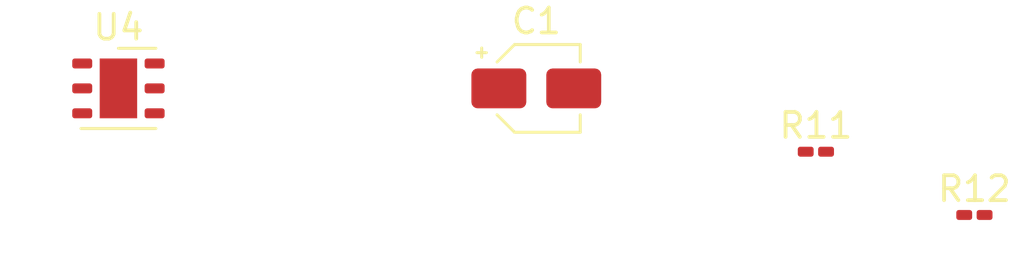
<source format=kicad_pcb>
(kicad_pcb (version 20171130) (host pcbnew "(5.1.8)-1")

  (general
    (thickness 1.6)
    (drawings 0)
    (tracks 0)
    (zones 0)
    (modules 4)
    (nets 9)
  )

  (page A4)
  (layers
    (0 F.Cu signal)
    (31 B.Cu signal)
    (32 B.Adhes user)
    (33 F.Adhes user)
    (34 B.Paste user)
    (35 F.Paste user)
    (36 B.SilkS user)
    (37 F.SilkS user)
    (38 B.Mask user)
    (39 F.Mask user)
    (40 Dwgs.User user)
    (41 Cmts.User user)
    (42 Eco1.User user)
    (43 Eco2.User user)
    (44 Edge.Cuts user)
    (45 Margin user)
    (46 B.CrtYd user)
    (47 F.CrtYd user)
    (48 B.Fab user)
    (49 F.Fab user)
  )

  (setup
    (last_trace_width 0.25)
    (trace_clearance 0.2)
    (zone_clearance 0.508)
    (zone_45_only no)
    (trace_min 0.2)
    (via_size 0.8)
    (via_drill 0.4)
    (via_min_size 0.4)
    (via_min_drill 0.3)
    (uvia_size 0.3)
    (uvia_drill 0.1)
    (uvias_allowed no)
    (uvia_min_size 0.2)
    (uvia_min_drill 0.1)
    (edge_width 0.1)
    (segment_width 0.2)
    (pcb_text_width 0.3)
    (pcb_text_size 1.5 1.5)
    (mod_edge_width 0.15)
    (mod_text_size 1 1)
    (mod_text_width 0.15)
    (pad_size 1.524 1.524)
    (pad_drill 0.762)
    (pad_to_mask_clearance 0)
    (aux_axis_origin 0 0)
    (visible_elements FFFFFF7F)
    (pcbplotparams
      (layerselection 0x010fc_ffffffff)
      (usegerberextensions false)
      (usegerberattributes true)
      (usegerberadvancedattributes true)
      (creategerberjobfile true)
      (excludeedgelayer true)
      (linewidth 0.100000)
      (plotframeref false)
      (viasonmask false)
      (mode 1)
      (useauxorigin false)
      (hpglpennumber 1)
      (hpglpenspeed 20)
      (hpglpendiameter 15.000000)
      (psnegative false)
      (psa4output false)
      (plotreference true)
      (plotvalue true)
      (plotinvisibletext false)
      (padsonsilk false)
      (subtractmaskfromsilk false)
      (outputformat 1)
      (mirror false)
      (drillshape 1)
      (scaleselection 1)
      (outputdirectory ""))
  )

  (net 0 "")
  (net 1 "Net-(C1-Pad1)")
  (net 2 GND)
  (net 3 "Net-(R11-Pad2)")
  (net 4 "Net-(R12-Pad2)")
  (net 5 "Net-(R12-Pad1)")
  (net 6 "Net-(U4-Pad3)")
  (net 7 "Net-(U4-Pad4)")
  (net 8 "Net-(U4-Pad7)")

  (net_class Default "Esta es la clase de red por defecto."
    (clearance 0.2)
    (trace_width 0.25)
    (via_dia 0.8)
    (via_drill 0.4)
    (uvia_dia 0.3)
    (uvia_drill 0.1)
    (add_net GND)
    (add_net "Net-(C1-Pad1)")
    (add_net "Net-(R11-Pad2)")
    (add_net "Net-(R12-Pad1)")
    (add_net "Net-(R12-Pad2)")
    (add_net "Net-(U4-Pad3)")
    (add_net "Net-(U4-Pad4)")
    (add_net "Net-(U4-Pad7)")
  )

  (module Capacitor_SMD:CP_Elec_3x5.4 (layer F.Cu) (tedit 5BCA39CF) (tstamp 5FBC983D)
    (at 133.58 96.52)
    (descr "SMD capacitor, aluminum electrolytic, Nichicon, 3.0x5.4mm")
    (tags "capacitor electrolytic")
    (path /5FBC1EF8)
    (attr smd)
    (fp_text reference C1 (at 0 -2.7) (layer F.SilkS)
      (effects (font (size 1 1) (thickness 0.15)))
    )
    (fp_text value 0.1μF (at 0 2.7) (layer F.Fab)
      (effects (font (size 1 1) (thickness 0.15)))
    )
    (fp_line (start -2.85 1.05) (end -1.78 1.05) (layer F.CrtYd) (width 0.05))
    (fp_line (start -2.85 -1.05) (end -2.85 1.05) (layer F.CrtYd) (width 0.05))
    (fp_line (start -1.78 -1.05) (end -2.85 -1.05) (layer F.CrtYd) (width 0.05))
    (fp_line (start -1.78 -1.05) (end -0.93 -1.9) (layer F.CrtYd) (width 0.05))
    (fp_line (start -1.78 1.05) (end -0.93 1.9) (layer F.CrtYd) (width 0.05))
    (fp_line (start -0.93 -1.9) (end 1.9 -1.9) (layer F.CrtYd) (width 0.05))
    (fp_line (start -0.93 1.9) (end 1.9 1.9) (layer F.CrtYd) (width 0.05))
    (fp_line (start 1.9 1.05) (end 1.9 1.9) (layer F.CrtYd) (width 0.05))
    (fp_line (start 2.85 1.05) (end 1.9 1.05) (layer F.CrtYd) (width 0.05))
    (fp_line (start 2.85 -1.05) (end 2.85 1.05) (layer F.CrtYd) (width 0.05))
    (fp_line (start 1.9 -1.05) (end 2.85 -1.05) (layer F.CrtYd) (width 0.05))
    (fp_line (start 1.9 -1.9) (end 1.9 -1.05) (layer F.CrtYd) (width 0.05))
    (fp_line (start -2.1875 -1.6225) (end -2.1875 -1.2475) (layer F.SilkS) (width 0.12))
    (fp_line (start -2.375 -1.435) (end -2 -1.435) (layer F.SilkS) (width 0.12))
    (fp_line (start -1.570563 1.06) (end -0.870563 1.76) (layer F.SilkS) (width 0.12))
    (fp_line (start -1.570563 -1.06) (end -0.870563 -1.76) (layer F.SilkS) (width 0.12))
    (fp_line (start -0.870563 1.76) (end 1.76 1.76) (layer F.SilkS) (width 0.12))
    (fp_line (start -0.870563 -1.76) (end 1.76 -1.76) (layer F.SilkS) (width 0.12))
    (fp_line (start 1.76 -1.76) (end 1.76 -1.06) (layer F.SilkS) (width 0.12))
    (fp_line (start 1.76 1.76) (end 1.76 1.06) (layer F.SilkS) (width 0.12))
    (fp_line (start -0.960469 -0.95) (end -0.960469 -0.65) (layer F.Fab) (width 0.1))
    (fp_line (start -1.110469 -0.8) (end -0.810469 -0.8) (layer F.Fab) (width 0.1))
    (fp_line (start -1.65 0.825) (end -0.825 1.65) (layer F.Fab) (width 0.1))
    (fp_line (start -1.65 -0.825) (end -0.825 -1.65) (layer F.Fab) (width 0.1))
    (fp_line (start -1.65 -0.825) (end -1.65 0.825) (layer F.Fab) (width 0.1))
    (fp_line (start -0.825 1.65) (end 1.65 1.65) (layer F.Fab) (width 0.1))
    (fp_line (start -0.825 -1.65) (end 1.65 -1.65) (layer F.Fab) (width 0.1))
    (fp_line (start 1.65 -1.65) (end 1.65 1.65) (layer F.Fab) (width 0.1))
    (fp_circle (center 0 0) (end 1.5 0) (layer F.Fab) (width 0.1))
    (fp_text user %R (at 0 0) (layer F.Fab)
      (effects (font (size 0.6 0.6) (thickness 0.09)))
    )
    (pad 1 smd roundrect (at -1.5 0) (size 2.2 1.6) (layers F.Cu F.Paste F.Mask) (roundrect_rratio 0.15625)
      (net 1 "Net-(C1-Pad1)"))
    (pad 2 smd roundrect (at 1.5 0) (size 2.2 1.6) (layers F.Cu F.Paste F.Mask) (roundrect_rratio 0.15625)
      (net 2 GND))
    (model ${KISYS3DMOD}/Capacitor_SMD.3dshapes/CP_Elec_3x5.4.wrl
      (at (xyz 0 0 0))
      (scale (xyz 1 1 1))
      (rotate (xyz 0 0 0))
    )
  )

  (module Resistor_SMD:R_0201_0603Metric_Pad0.64x0.40mm_HandSolder (layer F.Cu) (tedit 5F6BB9E0) (tstamp 5FBC984E)
    (at 144.78 99.06)
    (descr "Resistor SMD 0201 (0603 Metric), square (rectangular) end terminal, IPC_7351 nominal with elongated pad for handsoldering. (Body size source: https://www.vishay.com/docs/20052/crcw0201e3.pdf), generated with kicad-footprint-generator")
    (tags "resistor handsolder")
    (path /5FBC4C6C)
    (attr smd)
    (fp_text reference R11 (at 0 -1.05) (layer F.SilkS)
      (effects (font (size 1 1) (thickness 0.15)))
    )
    (fp_text value 10kμ (at 0 1.05) (layer F.Fab)
      (effects (font (size 1 1) (thickness 0.15)))
    )
    (fp_line (start 0.88 0.35) (end -0.88 0.35) (layer F.CrtYd) (width 0.05))
    (fp_line (start 0.88 -0.35) (end 0.88 0.35) (layer F.CrtYd) (width 0.05))
    (fp_line (start -0.88 -0.35) (end 0.88 -0.35) (layer F.CrtYd) (width 0.05))
    (fp_line (start -0.88 0.35) (end -0.88 -0.35) (layer F.CrtYd) (width 0.05))
    (fp_line (start 0.3 0.15) (end -0.3 0.15) (layer F.Fab) (width 0.1))
    (fp_line (start 0.3 -0.15) (end 0.3 0.15) (layer F.Fab) (width 0.1))
    (fp_line (start -0.3 -0.15) (end 0.3 -0.15) (layer F.Fab) (width 0.1))
    (fp_line (start -0.3 0.15) (end -0.3 -0.15) (layer F.Fab) (width 0.1))
    (fp_text user %R (at 0 -0.68) (layer F.Fab)
      (effects (font (size 0.25 0.25) (thickness 0.04)))
    )
    (pad "" smd roundrect (at -0.4325 0) (size 0.458 0.36) (layers F.Paste) (roundrect_rratio 0.25))
    (pad "" smd roundrect (at 0.4325 0) (size 0.458 0.36) (layers F.Paste) (roundrect_rratio 0.25))
    (pad 1 smd roundrect (at -0.4075 0) (size 0.635 0.4) (layers F.Cu F.Mask) (roundrect_rratio 0.25)
      (net 1 "Net-(C1-Pad1)"))
    (pad 2 smd roundrect (at 0.4075 0) (size 0.635 0.4) (layers F.Cu F.Mask) (roundrect_rratio 0.25)
      (net 3 "Net-(R11-Pad2)"))
    (model ${KISYS3DMOD}/Resistor_SMD.3dshapes/R_0201_0603Metric.wrl
      (at (xyz 0 0 0))
      (scale (xyz 1 1 1))
      (rotate (xyz 0 0 0))
    )
  )

  (module Resistor_SMD:R_0201_0603Metric_Pad0.64x0.40mm_HandSolder (layer F.Cu) (tedit 5F6BB9E0) (tstamp 5FBC985F)
    (at 151.13 101.6)
    (descr "Resistor SMD 0201 (0603 Metric), square (rectangular) end terminal, IPC_7351 nominal with elongated pad for handsoldering. (Body size source: https://www.vishay.com/docs/20052/crcw0201e3.pdf), generated with kicad-footprint-generator")
    (tags "resistor handsolder")
    (path /5FBC6DDC)
    (attr smd)
    (fp_text reference R12 (at 0 -1.05) (layer F.SilkS)
      (effects (font (size 1 1) (thickness 0.15)))
    )
    (fp_text value 10kμ (at 0 1.05) (layer F.Fab)
      (effects (font (size 1 1) (thickness 0.15)))
    )
    (fp_text user %R (at 0 -0.68) (layer F.Fab)
      (effects (font (size 0.25 0.25) (thickness 0.04)))
    )
    (fp_line (start -0.3 0.15) (end -0.3 -0.15) (layer F.Fab) (width 0.1))
    (fp_line (start -0.3 -0.15) (end 0.3 -0.15) (layer F.Fab) (width 0.1))
    (fp_line (start 0.3 -0.15) (end 0.3 0.15) (layer F.Fab) (width 0.1))
    (fp_line (start 0.3 0.15) (end -0.3 0.15) (layer F.Fab) (width 0.1))
    (fp_line (start -0.88 0.35) (end -0.88 -0.35) (layer F.CrtYd) (width 0.05))
    (fp_line (start -0.88 -0.35) (end 0.88 -0.35) (layer F.CrtYd) (width 0.05))
    (fp_line (start 0.88 -0.35) (end 0.88 0.35) (layer F.CrtYd) (width 0.05))
    (fp_line (start 0.88 0.35) (end -0.88 0.35) (layer F.CrtYd) (width 0.05))
    (pad 2 smd roundrect (at 0.4075 0) (size 0.635 0.4) (layers F.Cu F.Mask) (roundrect_rratio 0.25)
      (net 4 "Net-(R12-Pad2)"))
    (pad 1 smd roundrect (at -0.4075 0) (size 0.635 0.4) (layers F.Cu F.Mask) (roundrect_rratio 0.25)
      (net 5 "Net-(R12-Pad1)"))
    (pad "" smd roundrect (at 0.4325 0) (size 0.458 0.36) (layers F.Paste) (roundrect_rratio 0.25))
    (pad "" smd roundrect (at -0.4325 0) (size 0.458 0.36) (layers F.Paste) (roundrect_rratio 0.25))
    (model ${KISYS3DMOD}/Resistor_SMD.3dshapes/R_0201_0603Metric.wrl
      (at (xyz 0 0 0))
      (scale (xyz 1 1 1))
      (rotate (xyz 0 0 0))
    )
  )

  (module Package_DFN_QFN:DFN-6-1EP_3x3mm_P1mm_EP1.5x2.4mm (layer F.Cu) (tedit 5DC5F54E) (tstamp 5FBC987A)
    (at 116.84 96.52)
    (descr "DFN, 6 Pin (https://www.silabs.com/documents/public/data-sheets/Si7020-A20.pdf), generated with kicad-footprint-generator ipc_noLead_generator.py")
    (tags "DFN NoLead")
    (path /5FBBF269)
    (attr smd)
    (fp_text reference U4 (at 0 -2.45) (layer F.SilkS)
      (effects (font (size 1 1) (thickness 0.15)))
    )
    (fp_text value Si7021-A20 (at 0 2.45) (layer F.Fab)
      (effects (font (size 1 1) (thickness 0.15)))
    )
    (fp_line (start 2.1 -1.75) (end -2.1 -1.75) (layer F.CrtYd) (width 0.05))
    (fp_line (start 2.1 1.75) (end 2.1 -1.75) (layer F.CrtYd) (width 0.05))
    (fp_line (start -2.1 1.75) (end 2.1 1.75) (layer F.CrtYd) (width 0.05))
    (fp_line (start -2.1 -1.75) (end -2.1 1.75) (layer F.CrtYd) (width 0.05))
    (fp_line (start -1.5 -0.75) (end -0.75 -1.5) (layer F.Fab) (width 0.1))
    (fp_line (start -1.5 1.5) (end -1.5 -0.75) (layer F.Fab) (width 0.1))
    (fp_line (start 1.5 1.5) (end -1.5 1.5) (layer F.Fab) (width 0.1))
    (fp_line (start 1.5 -1.5) (end 1.5 1.5) (layer F.Fab) (width 0.1))
    (fp_line (start -0.75 -1.5) (end 1.5 -1.5) (layer F.Fab) (width 0.1))
    (fp_line (start -1.5 1.61) (end 1.5 1.61) (layer F.SilkS) (width 0.12))
    (fp_line (start 0 -1.61) (end 1.5 -1.61) (layer F.SilkS) (width 0.12))
    (fp_text user %R (at 0 0) (layer F.Fab)
      (effects (font (size 0.75 0.75) (thickness 0.11)))
    )
    (pad 1 smd roundrect (at -1.45 -1) (size 0.8 0.4) (layers F.Cu F.Paste F.Mask) (roundrect_rratio 0.25)
      (net 3 "Net-(R11-Pad2)"))
    (pad 2 smd roundrect (at -1.45 0) (size 0.8 0.4) (layers F.Cu F.Paste F.Mask) (roundrect_rratio 0.25)
      (net 2 GND))
    (pad 3 smd roundrect (at -1.45 1) (size 0.8 0.4) (layers F.Cu F.Paste F.Mask) (roundrect_rratio 0.25)
      (net 6 "Net-(U4-Pad3)"))
    (pad 4 smd roundrect (at 1.45 1) (size 0.8 0.4) (layers F.Cu F.Paste F.Mask) (roundrect_rratio 0.25)
      (net 7 "Net-(U4-Pad4)"))
    (pad 5 smd roundrect (at 1.45 0) (size 0.8 0.4) (layers F.Cu F.Paste F.Mask) (roundrect_rratio 0.25)
      (net 1 "Net-(C1-Pad1)"))
    (pad 6 smd roundrect (at 1.45 -1) (size 0.8 0.4) (layers F.Cu F.Paste F.Mask) (roundrect_rratio 0.25)
      (net 4 "Net-(R12-Pad2)"))
    (pad 7 smd rect (at 0 0) (size 1.5 2.4) (layers F.Cu F.Mask)
      (net 8 "Net-(U4-Pad7)"))
    (pad "" smd roundrect (at -0.375 -0.6) (size 0.6 0.97) (layers F.Paste) (roundrect_rratio 0.25))
    (pad "" smd roundrect (at -0.375 0.6) (size 0.6 0.97) (layers F.Paste) (roundrect_rratio 0.25))
    (pad "" smd roundrect (at 0.375 -0.6) (size 0.6 0.97) (layers F.Paste) (roundrect_rratio 0.25))
    (pad "" smd roundrect (at 0.375 0.6) (size 0.6 0.97) (layers F.Paste) (roundrect_rratio 0.25))
    (model ${KISYS3DMOD}/Package_DFN_QFN.3dshapes/DFN-6-1EP_3x3mm_P1mm_EP1.5x2.4mm.wrl
      (at (xyz 0 0 0))
      (scale (xyz 1 1 1))
      (rotate (xyz 0 0 0))
    )
  )

)

</source>
